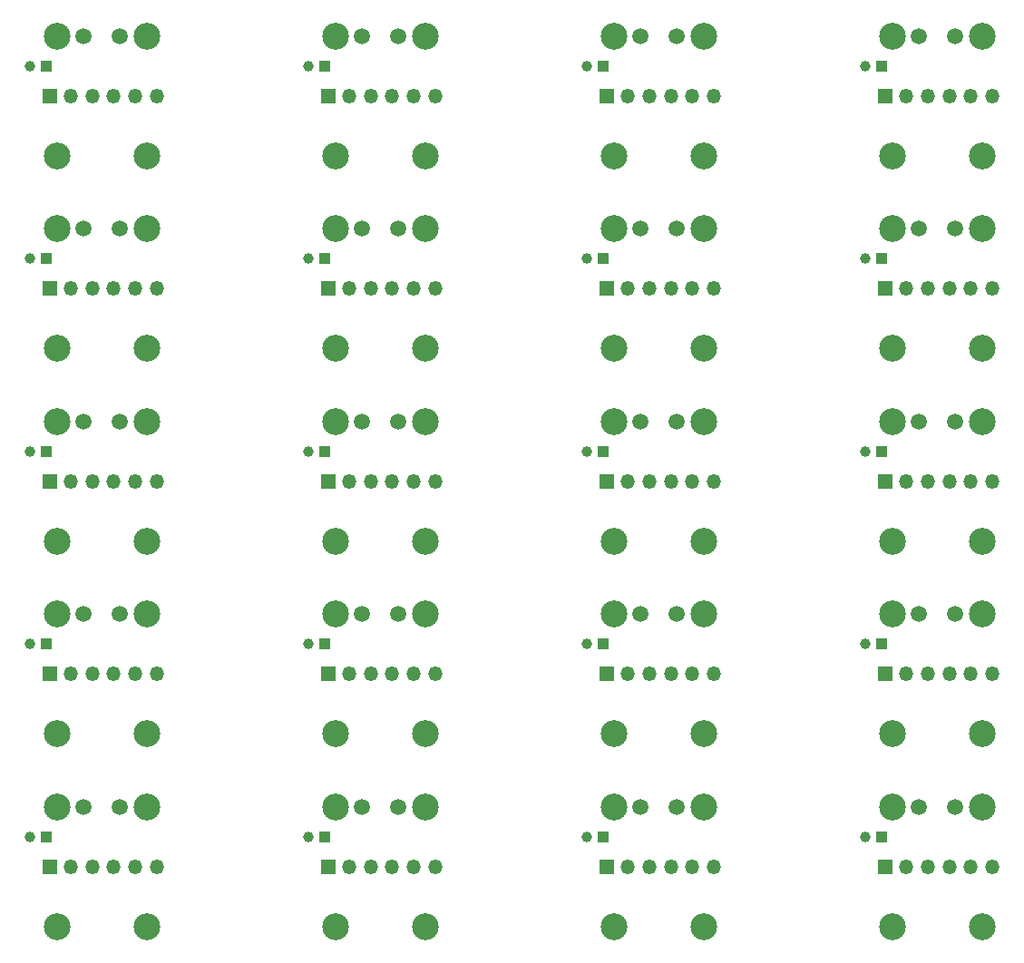
<source format=gbs>
G04 #@! TF.GenerationSoftware,KiCad,Pcbnew,(5.1.8)-1*
G04 #@! TF.CreationDate,2021-11-11T20:38:59+08:00*
G04 #@! TF.ProjectId,vibro-cloth-panelized,76696272-6f2d-4636-9c6f-74682d70616e,rev?*
G04 #@! TF.SameCoordinates,Original*
G04 #@! TF.FileFunction,Soldermask,Bot*
G04 #@! TF.FilePolarity,Negative*
%FSLAX46Y46*%
G04 Gerber Fmt 4.6, Leading zero omitted, Abs format (unit mm)*
G04 Created by KiCad (PCBNEW (5.1.8)-1) date 2021-11-11 20:38:59*
%MOMM*%
%LPD*%
G01*
G04 APERTURE LIST*
%ADD10C,1.500000*%
%ADD11C,2.500000*%
%ADD12R,1.000000X1.000000*%
%ADD13C,1.000000*%
%ADD14R,1.350000X1.350000*%
%ADD15O,1.350000X1.350000*%
G04 APERTURE END LIST*
D10*
X141524028Y-124412037D03*
X138124028Y-124412037D03*
D11*
X135682028Y-124412037D03*
X135682028Y-135588037D03*
X144064028Y-124412037D03*
X144064028Y-135588037D03*
D12*
X134666028Y-127206037D03*
D13*
X133142028Y-127206037D03*
D14*
X134983528Y-130000037D03*
D15*
X136983528Y-130000037D03*
X138983528Y-130000037D03*
X140983528Y-130000037D03*
X142983528Y-130000037D03*
X144983528Y-130000037D03*
D10*
X115524019Y-124412037D03*
X112124019Y-124412037D03*
D11*
X109682019Y-124412037D03*
X109682019Y-135588037D03*
X118064019Y-124412037D03*
X118064019Y-135588037D03*
D12*
X108666019Y-127206037D03*
D13*
X107142019Y-127206037D03*
D14*
X108983519Y-130000037D03*
D15*
X110983519Y-130000037D03*
X112983519Y-130000037D03*
X114983519Y-130000037D03*
X116983519Y-130000037D03*
X118983519Y-130000037D03*
D10*
X89524010Y-124412037D03*
X86124010Y-124412037D03*
D11*
X83682010Y-124412037D03*
X83682010Y-135588037D03*
X92064010Y-124412037D03*
X92064010Y-135588037D03*
D12*
X82666010Y-127206037D03*
D13*
X81142010Y-127206037D03*
D14*
X82983510Y-130000037D03*
D15*
X84983510Y-130000037D03*
X86983510Y-130000037D03*
X88983510Y-130000037D03*
X90983510Y-130000037D03*
X92983510Y-130000037D03*
D10*
X63524001Y-124412037D03*
X60124001Y-124412037D03*
D11*
X57682001Y-124412037D03*
X57682001Y-135588037D03*
X66064001Y-124412037D03*
X66064001Y-135588037D03*
D12*
X56666001Y-127206037D03*
D13*
X55142001Y-127206037D03*
D14*
X56983501Y-130000037D03*
D15*
X58983501Y-130000037D03*
X60983501Y-130000037D03*
X62983501Y-130000037D03*
X64983501Y-130000037D03*
X66983501Y-130000037D03*
D10*
X141524028Y-106412028D03*
X138124028Y-106412028D03*
D11*
X135682028Y-106412028D03*
X135682028Y-117588028D03*
X144064028Y-106412028D03*
X144064028Y-117588028D03*
D12*
X134666028Y-109206028D03*
D13*
X133142028Y-109206028D03*
D14*
X134983528Y-112000028D03*
D15*
X136983528Y-112000028D03*
X138983528Y-112000028D03*
X140983528Y-112000028D03*
X142983528Y-112000028D03*
X144983528Y-112000028D03*
D10*
X115524019Y-106412028D03*
X112124019Y-106412028D03*
D11*
X109682019Y-106412028D03*
X109682019Y-117588028D03*
X118064019Y-106412028D03*
X118064019Y-117588028D03*
D12*
X108666019Y-109206028D03*
D13*
X107142019Y-109206028D03*
D14*
X108983519Y-112000028D03*
D15*
X110983519Y-112000028D03*
X112983519Y-112000028D03*
X114983519Y-112000028D03*
X116983519Y-112000028D03*
X118983519Y-112000028D03*
D10*
X89524010Y-106412028D03*
X86124010Y-106412028D03*
D11*
X83682010Y-106412028D03*
X83682010Y-117588028D03*
X92064010Y-106412028D03*
X92064010Y-117588028D03*
D12*
X82666010Y-109206028D03*
D13*
X81142010Y-109206028D03*
D14*
X82983510Y-112000028D03*
D15*
X84983510Y-112000028D03*
X86983510Y-112000028D03*
X88983510Y-112000028D03*
X90983510Y-112000028D03*
X92983510Y-112000028D03*
D10*
X63524001Y-106412028D03*
X60124001Y-106412028D03*
D11*
X57682001Y-106412028D03*
X57682001Y-117588028D03*
X66064001Y-106412028D03*
X66064001Y-117588028D03*
D12*
X56666001Y-109206028D03*
D13*
X55142001Y-109206028D03*
D14*
X56983501Y-112000028D03*
D15*
X58983501Y-112000028D03*
X60983501Y-112000028D03*
X62983501Y-112000028D03*
X64983501Y-112000028D03*
X66983501Y-112000028D03*
D10*
X141524028Y-88412019D03*
X138124028Y-88412019D03*
D11*
X135682028Y-88412019D03*
X135682028Y-99588019D03*
X144064028Y-88412019D03*
X144064028Y-99588019D03*
D12*
X134666028Y-91206019D03*
D13*
X133142028Y-91206019D03*
D14*
X134983528Y-94000019D03*
D15*
X136983528Y-94000019D03*
X138983528Y-94000019D03*
X140983528Y-94000019D03*
X142983528Y-94000019D03*
X144983528Y-94000019D03*
D10*
X115524019Y-88412019D03*
X112124019Y-88412019D03*
D11*
X109682019Y-88412019D03*
X109682019Y-99588019D03*
X118064019Y-88412019D03*
X118064019Y-99588019D03*
D12*
X108666019Y-91206019D03*
D13*
X107142019Y-91206019D03*
D14*
X108983519Y-94000019D03*
D15*
X110983519Y-94000019D03*
X112983519Y-94000019D03*
X114983519Y-94000019D03*
X116983519Y-94000019D03*
X118983519Y-94000019D03*
D10*
X89524010Y-88412019D03*
X86124010Y-88412019D03*
D11*
X83682010Y-88412019D03*
X83682010Y-99588019D03*
X92064010Y-88412019D03*
X92064010Y-99588019D03*
D12*
X82666010Y-91206019D03*
D13*
X81142010Y-91206019D03*
D14*
X82983510Y-94000019D03*
D15*
X84983510Y-94000019D03*
X86983510Y-94000019D03*
X88983510Y-94000019D03*
X90983510Y-94000019D03*
X92983510Y-94000019D03*
D10*
X63524001Y-88412019D03*
X60124001Y-88412019D03*
D11*
X57682001Y-88412019D03*
X57682001Y-99588019D03*
X66064001Y-88412019D03*
X66064001Y-99588019D03*
D12*
X56666001Y-91206019D03*
D13*
X55142001Y-91206019D03*
D14*
X56983501Y-94000019D03*
D15*
X58983501Y-94000019D03*
X60983501Y-94000019D03*
X62983501Y-94000019D03*
X64983501Y-94000019D03*
X66983501Y-94000019D03*
D10*
X141524028Y-70412010D03*
X138124028Y-70412010D03*
D11*
X135682028Y-70412010D03*
X135682028Y-81588010D03*
X144064028Y-70412010D03*
X144064028Y-81588010D03*
D12*
X134666028Y-73206010D03*
D13*
X133142028Y-73206010D03*
D14*
X134983528Y-76000010D03*
D15*
X136983528Y-76000010D03*
X138983528Y-76000010D03*
X140983528Y-76000010D03*
X142983528Y-76000010D03*
X144983528Y-76000010D03*
D10*
X115524019Y-70412010D03*
X112124019Y-70412010D03*
D11*
X109682019Y-70412010D03*
X109682019Y-81588010D03*
X118064019Y-70412010D03*
X118064019Y-81588010D03*
D12*
X108666019Y-73206010D03*
D13*
X107142019Y-73206010D03*
D14*
X108983519Y-76000010D03*
D15*
X110983519Y-76000010D03*
X112983519Y-76000010D03*
X114983519Y-76000010D03*
X116983519Y-76000010D03*
X118983519Y-76000010D03*
D10*
X89524010Y-70412010D03*
X86124010Y-70412010D03*
D11*
X83682010Y-70412010D03*
X83682010Y-81588010D03*
X92064010Y-70412010D03*
X92064010Y-81588010D03*
D12*
X82666010Y-73206010D03*
D13*
X81142010Y-73206010D03*
D14*
X82983510Y-76000010D03*
D15*
X84983510Y-76000010D03*
X86983510Y-76000010D03*
X88983510Y-76000010D03*
X90983510Y-76000010D03*
X92983510Y-76000010D03*
D10*
X63524001Y-70412010D03*
X60124001Y-70412010D03*
D11*
X57682001Y-70412010D03*
X57682001Y-81588010D03*
X66064001Y-70412010D03*
X66064001Y-81588010D03*
D12*
X56666001Y-73206010D03*
D13*
X55142001Y-73206010D03*
D14*
X56983501Y-76000010D03*
D15*
X58983501Y-76000010D03*
X60983501Y-76000010D03*
X62983501Y-76000010D03*
X64983501Y-76000010D03*
X66983501Y-76000010D03*
D10*
X141524028Y-52412001D03*
X138124028Y-52412001D03*
D11*
X135682028Y-52412001D03*
X135682028Y-63588001D03*
X144064028Y-52412001D03*
X144064028Y-63588001D03*
D12*
X134666028Y-55206001D03*
D13*
X133142028Y-55206001D03*
D14*
X134983528Y-58000001D03*
D15*
X136983528Y-58000001D03*
X138983528Y-58000001D03*
X140983528Y-58000001D03*
X142983528Y-58000001D03*
X144983528Y-58000001D03*
D10*
X115524019Y-52412001D03*
X112124019Y-52412001D03*
D11*
X109682019Y-52412001D03*
X109682019Y-63588001D03*
X118064019Y-52412001D03*
X118064019Y-63588001D03*
D12*
X108666019Y-55206001D03*
D13*
X107142019Y-55206001D03*
D14*
X108983519Y-58000001D03*
D15*
X110983519Y-58000001D03*
X112983519Y-58000001D03*
X114983519Y-58000001D03*
X116983519Y-58000001D03*
X118983519Y-58000001D03*
D10*
X89524010Y-52412001D03*
X86124010Y-52412001D03*
D11*
X83682010Y-52412001D03*
X83682010Y-63588001D03*
X92064010Y-52412001D03*
X92064010Y-63588001D03*
D12*
X82666010Y-55206001D03*
D13*
X81142010Y-55206001D03*
D14*
X82983510Y-58000001D03*
D15*
X84983510Y-58000001D03*
X86983510Y-58000001D03*
X88983510Y-58000001D03*
X90983510Y-58000001D03*
X92983510Y-58000001D03*
D10*
X63524001Y-52412001D03*
X60124001Y-52412001D03*
D11*
X57682001Y-52412001D03*
X57682001Y-63588001D03*
X66064001Y-52412001D03*
X66064001Y-63588001D03*
D12*
X56666001Y-55206001D03*
D13*
X55142001Y-55206001D03*
D14*
X56983501Y-58000001D03*
D15*
X58983501Y-58000001D03*
X60983501Y-58000001D03*
X62983501Y-58000001D03*
X64983501Y-58000001D03*
X66983501Y-58000001D03*
M02*

</source>
